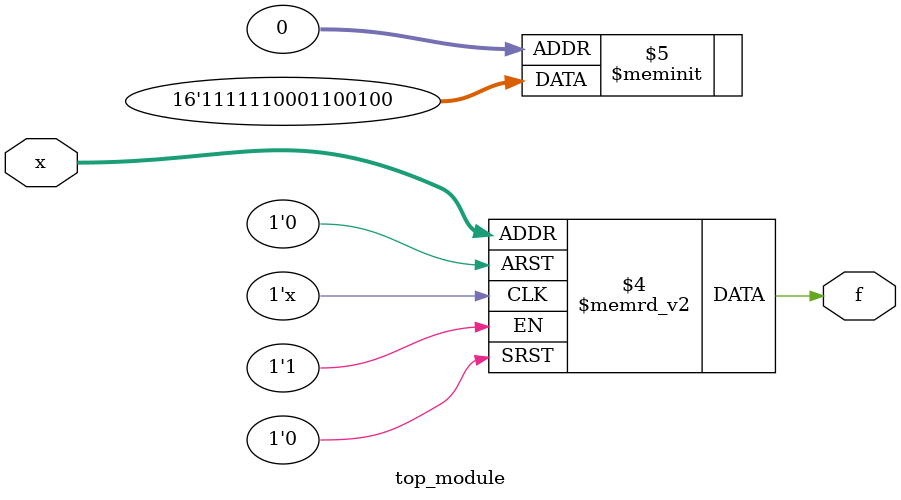
<source format=sv>
module top_module (
    input [4:1] x,
    output logic f
);

always_comb begin
    case ({x[4], x[3], x[2], x[1]})
        4'b0000, 4'b0011, 4'b1000, 4'b1001: f = 1'b0;
        4'b0010, 4'b1010: f = 1'b1;
        4'b0101, 4'b0110, 4'b1011, 4'b1100, 4'b1101, 4'b1110, 4'b1111: f = 1'b1;
        default: f = 1'b0; // Don't-care condition
    endcase
end

endmodule

</source>
